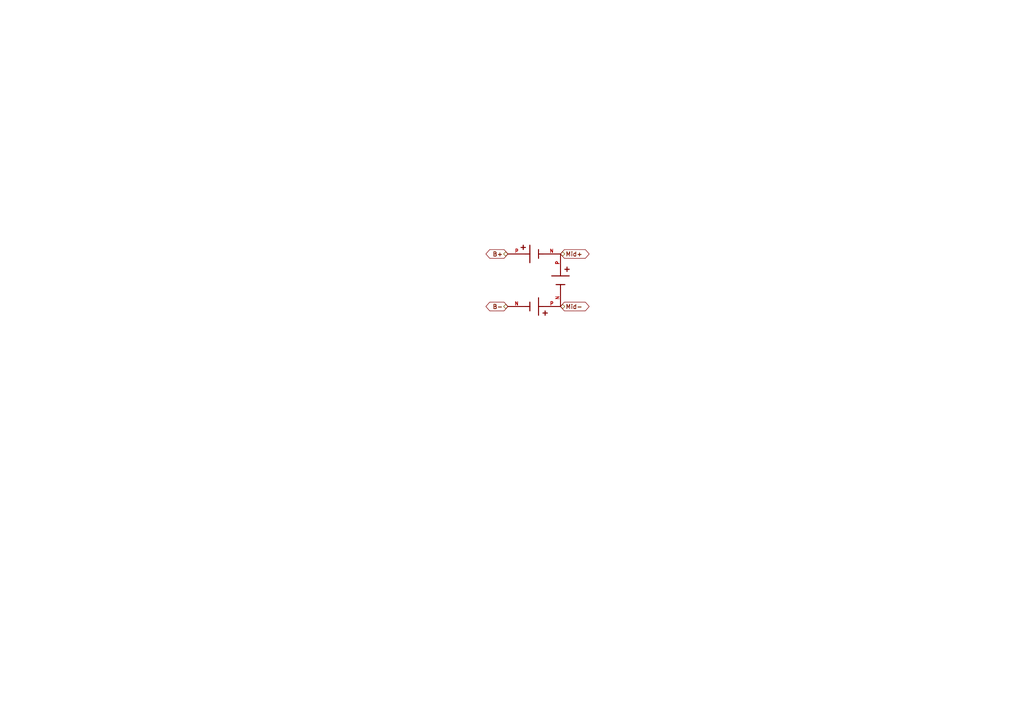
<source format=kicad_sch>
(kicad_sch
	(version 20250114)
	(generator "eeschema")
	(generator_version "9.0")
	(uuid "58c02cb3-2990-4ab3-aa62-6333275eab74")
	(paper "A4")
	(lib_symbols
		(symbol "spinning_top:Battery Holder"
			(pin_names
				(offset 1.016)
			)
			(exclude_from_sim no)
			(in_bom yes)
			(on_board yes)
			(property "Reference" "BT"
				(at -1.27 3.81 0)
				(effects
					(font
						(size 1.27 1.27)
					)
					(justify left bottom)
					(hide yes)
				)
			)
			(property "Value" "Battery Holder"
				(at -5.842 -4.572 0)
				(effects
					(font
						(size 1.27 1.27)
					)
					(justify left bottom)
					(hide yes)
				)
			)
			(property "Footprint" "1042:BAT_1042"
				(at 0.762 6.35 0)
				(effects
					(font
						(size 1.27 1.27)
					)
					(justify bottom)
					(hide yes)
				)
			)
			(property "Datasheet" ""
				(at 0 0 0)
				(effects
					(font
						(size 1.27 1.27)
					)
					(hide yes)
				)
			)
			(property "Description" ""
				(at 0 0 0)
				(effects
					(font
						(size 1.27 1.27)
					)
					(hide yes)
				)
			)
			(symbol "Battery Holder_0_0"
				(polyline
					(pts
						(xy -3.81 1.905) (xy -2.54 1.905)
					)
					(stroke
						(width 0.254)
						(type default)
					)
					(fill
						(type none)
					)
				)
				(polyline
					(pts
						(xy -3.175 2.54) (xy -3.175 1.27)
					)
					(stroke
						(width 0.254)
						(type default)
					)
					(fill
						(type none)
					)
				)
				(polyline
					(pts
						(xy -1.27 2.54) (xy -1.27 0)
					)
					(stroke
						(width 0.254)
						(type default)
					)
					(fill
						(type none)
					)
				)
				(polyline
					(pts
						(xy -1.27 0) (xy -2.54 0)
					)
					(stroke
						(width 0.254)
						(type default)
					)
					(fill
						(type none)
					)
				)
				(polyline
					(pts
						(xy -1.27 0) (xy -1.27 -2.54)
					)
					(stroke
						(width 0.254)
						(type default)
					)
					(fill
						(type none)
					)
				)
				(polyline
					(pts
						(xy 1.27 1.27) (xy 1.27 0)
					)
					(stroke
						(width 0.254)
						(type default)
					)
					(fill
						(type none)
					)
				)
				(polyline
					(pts
						(xy 1.27 0) (xy 1.27 -1.27)
					)
					(stroke
						(width 0.254)
						(type default)
					)
					(fill
						(type none)
					)
				)
				(polyline
					(pts
						(xy 1.27 0) (xy 2.54 0)
					)
					(stroke
						(width 0.254)
						(type default)
					)
					(fill
						(type none)
					)
				)
				(pin passive line
					(at -7.62 0 0)
					(length 5.08)
					(name "~"
						(effects
							(font
								(size 1.016 1.016)
							)
						)
					)
					(number "P"
						(effects
							(font
								(size 1.016 1.016)
							)
						)
					)
				)
				(pin passive line
					(at 7.62 0 180)
					(length 5.08)
					(name "~"
						(effects
							(font
								(size 1.016 1.016)
							)
						)
					)
					(number "N"
						(effects
							(font
								(size 1.016 1.016)
							)
						)
					)
				)
			)
			(embedded_fonts no)
		)
	)
	(global_label "Mid+"
		(shape bidirectional)
		(at 162.56 73.66 0)
		(fields_autoplaced yes)
		(effects
			(font
				(size 1.27 1.27)
			)
			(justify left)
		)
		(uuid "2268d652-724b-4349-8833-d9fbb91db7fe")
		(property "Intersheetrefs" "${INTERSHEET_REFS}"
			(at 171.4341 73.66 0)
			(effects
				(font
					(size 1.27 1.27)
				)
				(justify left)
				(hide yes)
			)
		)
	)
	(global_label "B+"
		(shape bidirectional)
		(at 147.32 73.66 180)
		(fields_autoplaced yes)
		(effects
			(font
				(size 1.27 1.27)
			)
			(justify right)
		)
		(uuid "a15b5233-0c38-4837-8e14-7c43e5502bfd")
		(property "Intersheetrefs" "${INTERSHEET_REFS}"
			(at 140.3811 73.66 0)
			(effects
				(font
					(size 1.27 1.27)
				)
				(justify right)
				(hide yes)
			)
		)
	)
	(global_label "Mid-"
		(shape bidirectional)
		(at 162.56 88.9 0)
		(fields_autoplaced yes)
		(effects
			(font
				(size 1.27 1.27)
			)
			(justify left)
		)
		(uuid "de07d48d-b1ce-4bec-9bd2-baab0e4c3f71")
		(property "Intersheetrefs" "${INTERSHEET_REFS}"
			(at 171.4341 88.9 0)
			(effects
				(font
					(size 1.27 1.27)
				)
				(justify left)
				(hide yes)
			)
		)
	)
	(global_label "B-"
		(shape bidirectional)
		(at 147.32 88.9 180)
		(fields_autoplaced yes)
		(effects
			(font
				(size 1.27 1.27)
			)
			(justify right)
		)
		(uuid "fd0f7178-9c58-49de-96ba-50891388b0e2")
		(property "Intersheetrefs" "${INTERSHEET_REFS}"
			(at 140.3811 88.9 0)
			(effects
				(font
					(size 1.27 1.27)
				)
				(justify right)
				(hide yes)
			)
		)
	)
	(hierarchical_label "Mid-"
		(shape bidirectional)
		(at 162.56 88.9 0)
		(effects
			(font
				(size 1.27 1.27)
			)
			(justify left)
		)
		(uuid "03ed9e38-ec15-455a-9953-1549663ed6b8")
	)
	(hierarchical_label "B-"
		(shape bidirectional)
		(at 147.32 88.9 180)
		(effects
			(font
				(size 1.27 1.27)
			)
			(justify right)
		)
		(uuid "2cffa414-02ce-4cdd-824b-b126c85a504b")
	)
	(hierarchical_label "B+"
		(shape bidirectional)
		(at 147.32 73.66 180)
		(effects
			(font
				(size 1.27 1.27)
			)
			(justify right)
		)
		(uuid "7057162d-b7cd-416b-b932-5d389ed0ed48")
	)
	(hierarchical_label "Mid+"
		(shape bidirectional)
		(at 162.56 73.66 0)
		(effects
			(font
				(size 1.27 1.27)
			)
			(justify left)
		)
		(uuid "e2c8686d-6222-4737-8f58-cc5a287f8f43")
	)
	(symbol
		(lib_id "spinning_top:Battery Holder")
		(at 154.94 88.9 180)
		(unit 1)
		(exclude_from_sim no)
		(in_bom yes)
		(on_board yes)
		(dnp no)
		(fields_autoplaced yes)
		(uuid "2e07a5e4-1fc8-4680-918c-589df8d1711c")
		(property "Reference" "BT2"
			(at 156.21 92.71 0)
			(effects
				(font
					(size 1.27 1.27)
				)
				(justify left bottom)
				(hide yes)
			)
		)
		(property "Value" "Battery Holder"
			(at 160.782 84.328 0)
			(effects
				(font
					(size 1.27 1.27)
				)
				(justify left bottom)
				(hide yes)
			)
		)
		(property "Footprint" "1042:BAT_1042"
			(at 154.178 95.25 0)
			(effects
				(font
					(size 1.27 1.27)
				)
				(justify bottom)
				(hide yes)
			)
		)
		(property "Datasheet" ""
			(at 154.94 88.9 0)
			(effects
				(font
					(size 1.27 1.27)
				)
				(hide yes)
			)
		)
		(property "Description" ""
			(at 154.94 88.9 0)
			(effects
				(font
					(size 1.27 1.27)
				)
				(hide yes)
			)
		)
		(pin "N"
			(uuid "aa860c31-4663-4372-b8f9-99ba29fba396")
		)
		(pin "P"
			(uuid "dca9e210-72d9-4479-8fb2-7adb9855be4d")
		)
		(instances
			(project ""
				(path "/f709486d-613a-44bb-9859-6d5f77e05693/3a9aa7d8-8e9f-4b8f-98b5-e4acfb5618de"
					(reference "BT2")
					(unit 1)
				)
			)
		)
	)
	(symbol
		(lib_id "spinning_top:Battery Holder")
		(at 154.94 88.9 180)
		(unit 1)
		(exclude_from_sim no)
		(in_bom yes)
		(on_board yes)
		(dnp no)
		(fields_autoplaced yes)
		(uuid "67abf0ae-2a94-4018-ad36-c47c20c6e770")
		(property "Reference" "BT2"
			(at 156.21 92.71 0)
			(effects
				(font
					(size 1.27 1.27)
				)
				(justify left bottom)
				(hide yes)
			)
		)
		(property "Value" "Battery Holder"
			(at 160.782 84.328 0)
			(effects
				(font
					(size 1.27 1.27)
				)
				(justify left bottom)
				(hide yes)
			)
		)
		(property "Footprint" "1042:BAT_1042"
			(at 154.178 95.25 0)
			(effects
				(font
					(size 1.27 1.27)
				)
				(justify bottom)
				(hide yes)
			)
		)
		(property "Datasheet" ""
			(at 154.94 88.9 0)
			(effects
				(font
					(size 1.27 1.27)
				)
				(hide yes)
			)
		)
		(property "Description" ""
			(at 154.94 88.9 0)
			(effects
				(font
					(size 1.27 1.27)
				)
				(hide yes)
			)
		)
		(pin "N"
			(uuid "aa860c31-4663-4372-b8f9-99ba29fba396")
		)
		(pin "P"
			(uuid "dca9e210-72d9-4479-8fb2-7adb9855be4d")
		)
		(instances
			(project ""
				(path "/f709486d-613a-44bb-9859-6d5f77e05693/3a9aa7d8-8e9f-4b8f-98b5-e4acfb5618de"
					(reference "BT2")
					(unit 1)
				)
			)
		)
	)
	(symbol
		(lib_id "spinning_top:Battery Holder")
		(at 162.56 81.28 270)
		(unit 1)
		(exclude_from_sim no)
		(in_bom yes)
		(on_board yes)
		(dnp no)
		(fields_autoplaced yes)
		(uuid "8b8b2a1c-78a4-4a25-9f71-14a1b5495cd1")
		(property "Reference" "BT3"
			(at 166.37 80.01 0)
			(effects
				(font
					(size 1.27 1.27)
				)
				(justify left bottom)
				(hide yes)
			)
		)
		(property "Value" "Battery Holder"
			(at 157.988 75.438 0)
			(effects
				(font
					(size 1.27 1.27)
				)
				(justify left bottom)
				(hide yes)
			)
		)
		(property "Footprint" "1042:BAT_1042"
			(at 168.91 82.042 0)
			(effects
				(font
					(size 1.27 1.27)
				)
				(justify bottom)
				(hide yes)
			)
		)
		(property "Datasheet" ""
			(at 162.56 81.28 0)
			(effects
				(font
					(size 1.27 1.27)
				)
				(hide yes)
			)
		)
		(property "Description" ""
			(at 162.56 81.28 0)
			(effects
				(font
					(size 1.27 1.27)
				)
				(hide yes)
			)
		)
		(pin "P"
			(uuid "2a240172-5493-4bf7-a7f1-1e5da796e305")
		)
		(pin "N"
			(uuid "acfd6778-f471-49ff-91a4-2e7a07eb685c")
		)
		(instances
			(project ""
				(path "/f709486d-613a-44bb-9859-6d5f77e05693/3a9aa7d8-8e9f-4b8f-98b5-e4acfb5618de"
					(reference "BT3")
					(unit 1)
				)
			)
		)
	)
	(symbol
		(lib_id "spinning_top:Battery Holder")
		(at 162.56 81.28 270)
		(unit 1)
		(exclude_from_sim no)
		(in_bom yes)
		(on_board yes)
		(dnp no)
		(fields_autoplaced yes)
		(uuid "ba7422bc-5318-4737-bd1f-8edb24d3a58b")
		(property "Reference" "BT3"
			(at 166.37 80.01 0)
			(effects
				(font
					(size 1.27 1.27)
				)
				(justify left bottom)
				(hide yes)
			)
		)
		(property "Value" "Battery Holder"
			(at 157.988 75.438 0)
			(effects
				(font
					(size 1.27 1.27)
				)
				(justify left bottom)
				(hide yes)
			)
		)
		(property "Footprint" "1042:BAT_1042"
			(at 168.91 82.042 0)
			(effects
				(font
					(size 1.27 1.27)
				)
				(justify bottom)
				(hide yes)
			)
		)
		(property "Datasheet" ""
			(at 162.56 81.28 0)
			(effects
				(font
					(size 1.27 1.27)
				)
				(hide yes)
			)
		)
		(property "Description" ""
			(at 162.56 81.28 0)
			(effects
				(font
					(size 1.27 1.27)
				)
				(hide yes)
			)
		)
		(pin "P"
			(uuid "2a240172-5493-4bf7-a7f1-1e5da796e305")
		)
		(pin "N"
			(uuid "acfd6778-f471-49ff-91a4-2e7a07eb685c")
		)
		(instances
			(project ""
				(path "/f709486d-613a-44bb-9859-6d5f77e05693/3a9aa7d8-8e9f-4b8f-98b5-e4acfb5618de"
					(reference "BT3")
					(unit 1)
				)
			)
		)
	)
	(symbol
		(lib_id "spinning_top:Battery Holder")
		(at 154.94 73.66 0)
		(unit 1)
		(exclude_from_sim no)
		(in_bom yes)
		(on_board yes)
		(dnp no)
		(fields_autoplaced yes)
		(uuid "c25ebcad-b2c2-4c1e-8483-c14ce2a3a437")
		(property "Reference" "BT1"
			(at 153.67 69.85 0)
			(effects
				(font
					(size 1.27 1.27)
				)
				(justify left bottom)
				(hide yes)
			)
		)
		(property "Value" "Battery Holder"
			(at 149.098 78.232 0)
			(effects
				(font
					(size 1.27 1.27)
				)
				(justify left bottom)
				(hide yes)
			)
		)
		(property "Footprint" "1042:BAT_1042"
			(at 155.702 67.31 0)
			(effects
				(font
					(size 1.27 1.27)
				)
				(justify bottom)
				(hide yes)
			)
		)
		(property "Datasheet" ""
			(at 154.94 73.66 0)
			(effects
				(font
					(size 1.27 1.27)
				)
				(hide yes)
			)
		)
		(property "Description" ""
			(at 154.94 73.66 0)
			(effects
				(font
					(size 1.27 1.27)
				)
				(hide yes)
			)
		)
		(pin "N"
			(uuid "61f86f72-5e99-4be4-aeca-cb2bca969298")
		)
		(pin "P"
			(uuid "aa0f6c24-8bd4-44b0-8c7b-de293ca28d6f")
		)
		(instances
			(project ""
				(path "/f709486d-613a-44bb-9859-6d5f77e05693/3a9aa7d8-8e9f-4b8f-98b5-e4acfb5618de"
					(reference "BT1")
					(unit 1)
				)
			)
		)
	)
	(symbol
		(lib_id "spinning_top:Battery Holder")
		(at 154.94 73.66 0)
		(unit 1)
		(exclude_from_sim no)
		(in_bom yes)
		(on_board yes)
		(dnp no)
		(fields_autoplaced yes)
		(uuid "cb7b8760-a5bc-42d5-84cf-b23c82a1bd20")
		(property "Reference" "BT1"
			(at 153.67 69.85 0)
			(effects
				(font
					(size 1.27 1.27)
				)
				(justify left bottom)
				(hide yes)
			)
		)
		(property "Value" "Battery Holder"
			(at 149.098 78.232 0)
			(effects
				(font
					(size 1.27 1.27)
				)
				(justify left bottom)
				(hide yes)
			)
		)
		(property "Footprint" "1042:BAT_1042"
			(at 155.702 67.31 0)
			(effects
				(font
					(size 1.27 1.27)
				)
				(justify bottom)
				(hide yes)
			)
		)
		(property "Datasheet" ""
			(at 154.94 73.66 0)
			(effects
				(font
					(size 1.27 1.27)
				)
				(hide yes)
			)
		)
		(property "Description" ""
			(at 154.94 73.66 0)
			(effects
				(font
					(size 1.27 1.27)
				)
				(hide yes)
			)
		)
		(pin "N"
			(uuid "61f86f72-5e99-4be4-aeca-cb2bca969298")
		)
		(pin "P"
			(uuid "aa0f6c24-8bd4-44b0-8c7b-de293ca28d6f")
		)
		(instances
			(project ""
				(path "/f709486d-613a-44bb-9859-6d5f77e05693/3a9aa7d8-8e9f-4b8f-98b5-e4acfb5618de"
					(reference "BT1")
					(unit 1)
				)
			)
		)
	)
)

</source>
